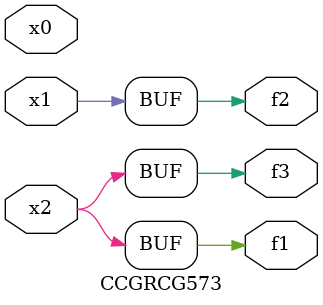
<source format=v>
module CCGRCG573(
	input x0, x1, x2,
	output f1, f2, f3
);
	assign f1 = x2;
	assign f2 = x1;
	assign f3 = x2;
endmodule

</source>
